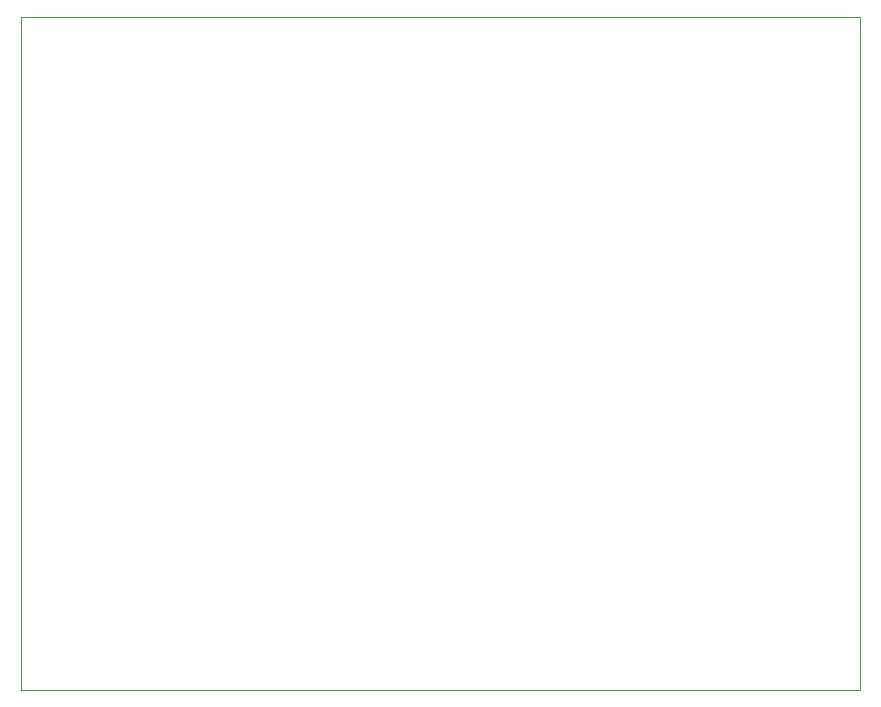
<source format=gbr>
%TF.GenerationSoftware,KiCad,Pcbnew,(5.1.9)-1*%
%TF.CreationDate,2021-07-06T13:13:09+03:00*%
%TF.ProjectId,plumber,706c756d-6265-4722-9e6b-696361645f70,rev?*%
%TF.SameCoordinates,Original*%
%TF.FileFunction,Profile,NP*%
%FSLAX46Y46*%
G04 Gerber Fmt 4.6, Leading zero omitted, Abs format (unit mm)*
G04 Created by KiCad (PCBNEW (5.1.9)-1) date 2021-07-06 13:13:09*
%MOMM*%
%LPD*%
G01*
G04 APERTURE LIST*
%TA.AperFunction,Profile*%
%ADD10C,0.050000*%
%TD*%
G04 APERTURE END LIST*
D10*
X190000000Y-60000000D02*
X119000000Y-60000000D01*
X190000000Y-117000000D02*
X190000000Y-60000000D01*
X119000000Y-117000000D02*
X190000000Y-117000000D01*
X119000000Y-60000000D02*
X119000000Y-117000000D01*
M02*

</source>
